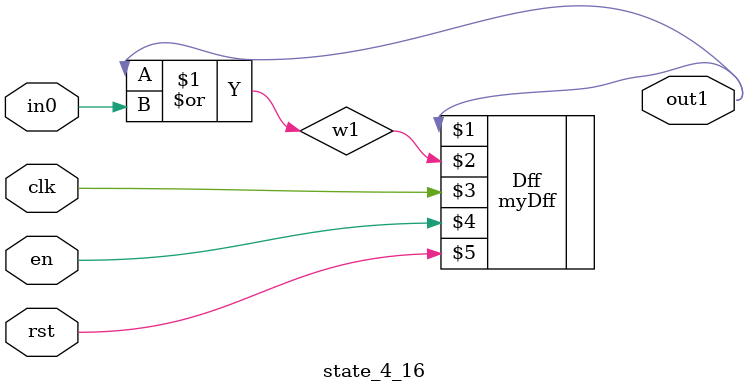
<source format=v>
module engine_4(out,clk,sod,en, in_4_3, in_4_4, in_4_7, in_4_16, in_4_20, in_4_21, in_4_23, in_4_26, in_4_27, in_4_28, in_4_29, in_4_30);
//pcre: /\x2F°c°b°n°\x2F°(c|b)°\.°s°m°x°\?°[^\r\n]*°u°=/Ui
//block char: n[3], c[4], s[7], m[16], u[20], b[21], \x2E[23], \x2F[26], x[27], \x3F[28], [^\r\n][29], =[30], 

	input clk,sod,en;

	input in_4_3, in_4_4, in_4_7, in_4_16, in_4_20, in_4_21, in_4_23, in_4_26, in_4_27, in_4_28, in_4_29, in_4_30;
	output out;


	state_4_0 St_0 (y1,1'b0,clk,en,sod);
	assign w0 = ~y1;
	state_4_1 BS_4_1 (w1,in_4_26,clk,en,sod,w0);
	state_4_2 BS_4_2 (w2,in_4_4,clk,en,sod,w1);
	state_4_3 BS_4_3 (w3,in_4_21,clk,en,sod,w2);
	state_4_4 BS_4_4 (w4,in_4_3,clk,en,sod,w3);
	state_4_5 BS_4_5 (w5,in_4_26,clk,en,sod,w4);
	state_4_6 BS_4_6 (w6,in_4_4,clk,en,sod,w5);
	state_4_7 BS_4_7 (w7,in_4_23,clk,en,sod,w6,w15);
	state_4_8 BS_4_8 (w8,in_4_7,clk,en,sod,w7);
	state_4_9 BS_4_9 (w9,in_4_16,clk,en,sod,w8);
	state_4_10 BS_4_10 (w10,in_4_27,clk,en,sod,w9);
	state_4_11 BS_4_11 (w11,in_4_28,clk,en,sod,w10);
	state_4_12 BS_4_12 (w12,in_4_29,clk,en,sod,w12,w11);
	state_4_13 BS_4_13 (w13,in_4_20,clk,en,sod,w12,w11);
	state_4_14 BS_4_14 (w14,in_4_30,clk,en,sod,w13);
	state_4_15 BS_4_15 (w15,in_4_21,clk,en,sod,w5);
	state_4_16 BS_4_16 (out,clk,en,sod,w14);
endmodule

module state_4_0(out1,in1,clk,en,rst);
	input in1,clk,rst,en;
	output out1;
	myDff Dff (out1,in1,clk,en,rst);
endmodule

module state_4_1(out1,in_char,clk,en,rst,in0);
	input in_char,clk,en,rst,in0;
	output out1;
	wire w1,w2;
	assign w1 = in0; 
	and(w2,in_char,w1);
	myDff Dff (out1,w2,clk,en,rst);
endmodule

module state_4_2(out1,in_char,clk,en,rst,in0);
	input in_char,clk,en,rst,in0;
	output out1;
	wire w1,w2;
	assign w1 = in0; 
	and(w2,in_char,w1);
	myDff Dff (out1,w2,clk,en,rst);
endmodule

module state_4_3(out1,in_char,clk,en,rst,in0);
	input in_char,clk,en,rst,in0;
	output out1;
	wire w1,w2;
	assign w1 = in0; 
	and(w2,in_char,w1);
	myDff Dff (out1,w2,clk,en,rst);
endmodule

module state_4_4(out1,in_char,clk,en,rst,in0);
	input in_char,clk,en,rst,in0;
	output out1;
	wire w1,w2;
	assign w1 = in0; 
	and(w2,in_char,w1);
	myDff Dff (out1,w2,clk,en,rst);
endmodule

module state_4_5(out1,in_char,clk,en,rst,in0);
	input in_char,clk,en,rst,in0;
	output out1;
	wire w1,w2;
	assign w1 = in0; 
	and(w2,in_char,w1);
	myDff Dff (out1,w2,clk,en,rst);
endmodule

module state_4_6(out1,in_char,clk,en,rst,in0);
	input in_char,clk,en,rst,in0;
	output out1;
	wire w1,w2;
	assign w1 = in0; 
	and(w2,in_char,w1);
	myDff Dff (out1,w2,clk,en,rst);
endmodule

module state_4_7(out1,in_char,clk,en,rst,in0,in1);
	input in_char,clk,en,rst,in0,in1;
	output out1;
	wire w1,w2;
	or(w1,in0,in1);
	and(w2,in_char,w1);
	myDff Dff (out1,w2,clk,en,rst);
endmodule

module state_4_8(out1,in_char,clk,en,rst,in0);
	input in_char,clk,en,rst,in0;
	output out1;
	wire w1,w2;
	assign w1 = in0; 
	and(w2,in_char,w1);
	myDff Dff (out1,w2,clk,en,rst);
endmodule

module state_4_9(out1,in_char,clk,en,rst,in0);
	input in_char,clk,en,rst,in0;
	output out1;
	wire w1,w2;
	assign w1 = in0; 
	and(w2,in_char,w1);
	myDff Dff (out1,w2,clk,en,rst);
endmodule

module state_4_10(out1,in_char,clk,en,rst,in0);
	input in_char,clk,en,rst,in0;
	output out1;
	wire w1,w2;
	assign w1 = in0; 
	and(w2,in_char,w1);
	myDff Dff (out1,w2,clk,en,rst);
endmodule

module state_4_11(out1,in_char,clk,en,rst,in0);
	input in_char,clk,en,rst,in0;
	output out1;
	wire w1,w2;
	assign w1 = in0; 
	and(w2,in_char,w1);
	myDff Dff (out1,w2,clk,en,rst);
endmodule

module state_4_12(out1,in_char,clk,en,rst,in0,in1);
	input in_char,clk,en,rst,in0,in1;
	output out1;
	wire w1,w2;
	or(w1,in0,in1);
	and(w2,in_char,w1);
	myDff Dff (out1,w2,clk,en,rst);
endmodule

module state_4_13(out1,in_char,clk,en,rst,in0,in1);
	input in_char,clk,en,rst,in0,in1;
	output out1;
	wire w1,w2;
	or(w1,in0,in1);
	and(w2,in_char,w1);
	myDff Dff (out1,w2,clk,en,rst);
endmodule

module state_4_14(out1,in_char,clk,en,rst,in0);
	input in_char,clk,en,rst,in0;
	output out1;
	wire w1,w2;
	assign w1 = in0; 
	and(w2,in_char,w1);
	myDff Dff (out1,w2,clk,en,rst);
endmodule

module state_4_15(out1,in_char,clk,en,rst,in0);
	input in_char,clk,en,rst,in0;
	output out1;
	wire w1,w2;
	assign w1 = in0; 
	and(w2,in_char,w1);
	myDff Dff (out1,w2,clk,en,rst);
endmodule

module state_4_16(out1,clk,en,rst,in0);
	input clk,rst,en,in0;
	output out1;
	wire w1;
	or(w1,out1,in0);
	myDff Dff (out1,w1,clk,en,rst);
endmodule


</source>
